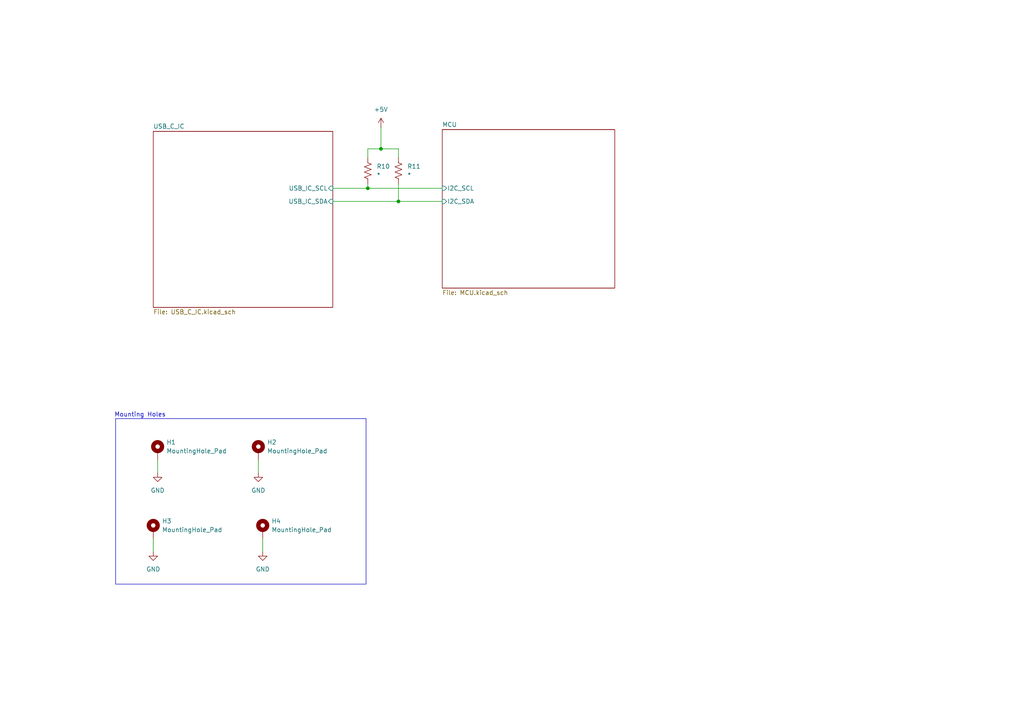
<source format=kicad_sch>
(kicad_sch (version 20250114) (generator "eeschema") (generator_version "9.0")
  (paper "A4")
  (lib_symbols
    (symbol "Device:R_US" (pin_numbers (hide yes)) (pin_names (offset 0))
      (property "Reference" "R" (at 2.54 0 90))
      (property "Value" "R_US" (at -2.54 0 90))
      (symbol "R_US_0_1"
        (polyline (pts (xy 0 2.286) (xy 0 2.54)))
        (polyline (pts (xy 0 2.286) (xy 1.016 1.905) (xy 0 1.524) (xy -1.016 1.143) (xy 0 0.762)))
        (polyline (pts (xy 0 0.762) (xy 1.016 0.381) (xy 0 0) (xy -1.016 -0.381) (xy 0 -0.762)))
        (polyline (pts (xy 0 -0.762) (xy 1.016 -1.143) (xy 0 -1.524) (xy -1.016 -1.905) (xy 0 -2.286)))
        (polyline (pts (xy 0 -2.286) (xy 0 -2.54)))
      )
      (symbol "R_US_1_1"
        (pin passive line (at 0 3.81 270) (length 1.27) (name "~") (number "1"))
        (pin passive line (at 0 -3.81 90) (length 1.27) (name "~") (number "2"))
      )
    )
    (symbol "Mechanical:MountingHole_Pad" (pin_numbers (hide yes)) (pin_names (offset 1.016) (hide yes)) (exclude_from_sim yes) (in_bom no)
      (property "Reference" "H" (at 0 6.35 0))
      (property "Value" "MountingHole_Pad" (at 0 4.445 0))
      (symbol "MountingHole_Pad_0_1"
        (circle (center 0 1.27) (radius 1.27) (stroke (width 1.27)))
      )
      (symbol "MountingHole_Pad_1_1"
        (pin input line (at 0 -2.54 90) (length 2.54) (name "1") (number "1"))
      )
    )
    (symbol "power:+5V" (power) (pin_numbers (hide yes)) (pin_names (offset 0) (hide yes))
      (property "Value" "+5V" (at 0 3.556 0))
      (symbol "+5V_0_1"
        (polyline (pts (xy -0.762 1.27) (xy 0 2.54)))
        (polyline (pts (xy 0 2.54) (xy 0.762 1.27)))
        (polyline (pts (xy 0 0) (xy 0 2.54)))
      )
      (symbol "+5V_1_1"
        (pin power_in line (at 0 0 90) (length 0) (name "~") (number "1"))
      )
    )
    (symbol "power:GND" (power) (pin_numbers (hide yes)) (pin_names (offset 0) (hide yes))
      (property "Value" "GND" (at 0 -3.81 0))
      (symbol "GND_0_1"
        (polyline (pts (xy 0 0) (xy 0 -1.27) (xy 1.27 -1.27) (xy 0 -2.54) (xy -1.27 -1.27) (xy 0 -1.27)))
      )
      (symbol "GND_1_1"
        (pin power_in line (at 0 0 270) (length 0) (name "~") (number "1"))
      )
    )
  )
  (rectangle (start 33.528 121.412) (end 106.172 169.418))
  (text "Mounting Holes\n" (at 40.64 120.396 0) (effects (font (size 1.27 1.27))))
  (junction (at 106.68 54.61))
  (junction (at 110.49 43.18))
  (junction (at 115.57 58.42))
  (wire (pts (xy 76.2 156.21) (xy 76.2 160.02)))
  (wire (pts (xy 115.57 53.34) (xy 115.57 58.42)))
  (wire (pts (xy 110.49 43.18) (xy 106.68 43.18)))
  (wire (pts (xy 115.57 58.42) (xy 128.27 58.42)))
  (wire (pts (xy 96.52 54.61) (xy 106.68 54.61)))
  (wire (pts (xy 106.68 54.61) (xy 128.27 54.61)))
  (wire (pts (xy 106.68 43.18) (xy 106.68 45.72)))
  (wire (pts (xy 106.68 53.34) (xy 106.68 54.61)))
  (wire (pts (xy 44.45 156.21) (xy 44.45 160.02)))
  (wire (pts (xy 110.49 36.83) (xy 110.49 43.18)))
  (wire (pts (xy 115.57 43.18) (xy 110.49 43.18)))
  (wire (pts (xy 45.72 133.35) (xy 45.72 137.16)))
  (wire (pts (xy 96.52 58.42) (xy 115.57 58.42)))
  (wire (pts (xy 74.93 133.35) (xy 74.93 137.16)))
  (wire (pts (xy 115.57 45.72) (xy 115.57 43.18)))
  (symbol (lib_id "power:GND") (at 74.93 137.16 0) (unit 1)
    (property "Reference" "#PWR031" (effects (hide yes)))
    (property "Value" "GND" (at 74.93 142.24 0))
    (property "Description" "Power symbol creates a global label with name \"GND\" , ground" (effects (hide yes)))
  )
  (symbol (lib_id "power:GND") (at 45.72 137.16 0) (unit 1)
    (property "Reference" "#PWR020" (effects (hide yes)))
    (property "Value" "GND" (at 45.72 142.24 0))
    (property "Description" "Power symbol creates a global label with name \"GND\" , ground" (effects (hide yes)))
  )
  (symbol (lib_id "Device:R_US") (at 115.57 49.53 0) (unit 1)
    (property "Reference" "R11" (at 118.11 48.2599 0) (effects (justify left)))
    (property "Value" "*" (at 118.11 50.7999 0) (effects (justify left)))
    (property "Footprint" "Resistor_SMD:R_0603_1608Metric_Pad0.98x0.95mm_HandSolder" (effects (hide yes)))
    (property "Description" "Resistor, US symbol" (effects (hide yes)))
  )
  (symbol (lib_id "Mechanical:MountingHole_Pad") (at 44.45 153.67 0) (unit 1) (exclude_from_sim yes) (in_bom no)
    (property "Reference" "H3" (at 46.99 151.1299 0) (effects (justify left)))
    (property "Value" "MountingHole_Pad" (at 46.99 153.6699 0) (effects (justify left)))
    (property "Footprint" "MountingHole:MountingHole_3.2mm_M3_Pad" (effects (hide yes)))
    (property "Description" "Mounting Hole with connection" (effects (hide yes)))
  )
  (symbol (lib_id "Mechanical:MountingHole_Pad") (at 45.72 130.81 0) (unit 1) (exclude_from_sim yes) (in_bom no)
    (property "Reference" "H1" (at 48.26 128.2699 0) (effects (justify left)))
    (property "Value" "MountingHole_Pad" (at 48.26 130.8099 0) (effects (justify left)))
    (property "Footprint" "MountingHole:MountingHole_3.2mm_M3_Pad" (effects (hide yes)))
    (property "Description" "Mounting Hole with connection" (effects (hide yes)))
  )
  (symbol (lib_id "Mechanical:MountingHole_Pad") (at 76.2 153.67 0) (unit 1) (exclude_from_sim yes) (in_bom no)
    (property "Reference" "H4" (at 78.74 151.1299 0) (effects (justify left)))
    (property "Value" "MountingHole_Pad" (at 78.74 153.6699 0) (effects (justify left)))
    (property "Footprint" "MountingHole:MountingHole_3.2mm_M3_Pad" (effects (hide yes)))
    (property "Description" "Mounting Hole with connection" (effects (hide yes)))
  )
  (symbol (lib_id "power:GND") (at 76.2 160.02 0) (unit 1)
    (property "Reference" "#PWR033" (effects (hide yes)))
    (property "Value" "GND" (at 76.2 165.1 0))
    (property "Description" "Power symbol creates a global label with name \"GND\" , ground" (effects (hide yes)))
  )
  (symbol (lib_id "Device:R_US") (at 106.68 49.53 0) (unit 1)
    (property "Reference" "R10" (at 109.22 48.2599 0) (effects (justify left)))
    (property "Value" "*" (at 109.22 50.7999 0) (effects (justify left)))
    (property "Footprint" "Resistor_SMD:R_0603_1608Metric_Pad0.98x0.95mm_HandSolder" (effects (hide yes)))
    (property "Description" "Resistor, US symbol" (effects (hide yes)))
  )
  (symbol (lib_id "power:GND") (at 44.45 160.02 0) (unit 1)
    (property "Reference" "#PWR032" (effects (hide yes)))
    (property "Value" "GND" (at 44.45 165.1 0))
    (property "Description" "Power symbol creates a global label with name \"GND\" , ground" (effects (hide yes)))
  )
  (symbol (lib_id "power:+5V") (at 110.49 36.83 0) (unit 1)
    (property "Reference" "#PWR028" (effects (hide yes)))
    (property "Value" "+5V" (at 110.49 31.75 0))
    (property "Description" "Power symbol creates a global label with name \"+5V\"" (effects (hide yes)))
  )
  (symbol (lib_id "Mechanical:MountingHole_Pad") (at 74.93 130.81 0) (unit 1) (exclude_from_sim yes) (in_bom no)
    (property "Reference" "H2" (at 77.47 128.2699 0) (effects (justify left)))
    (property "Value" "MountingHole_Pad" (at 77.47 130.8099 0) (effects (justify left)))
    (property "Footprint" "MountingHole:MountingHole_3.2mm_M3_Pad" (effects (hide yes)))
    (property "Description" "Mounting Hole with connection" (effects (hide yes)))
  )
  (sheet (at 44.45 38.1) (size 52.07 51.054) (stroke (width 0.1524))
    (property "Sheetname" "USB_C_IC" (at 44.45 37.3884 0) (effects (justify left bottom)))
    (property "Sheetfile" "USB_C_IC.kicad_sch" (at 44.45 89.7386 0) (effects (justify left top)))
    (pin "USB_IC_SCL" input (at 96.52 54.61 0))
    (pin "USB_IC_SDA" input (at 96.52 58.42 0))
  )
  (sheet (at 128.27 37.592) (size 50.038 45.974) (stroke (width 0.1524))
    (property "Sheetname" "MCU" (at 128.27 36.8804 0) (effects (justify left bottom)))
    (property "Sheetfile" "MCU.kicad_sch" (at 128.27 84.1506 0) (effects (justify left top)))
    (pin "I2C_SCL" input (at 128.27 54.61 180))
    (pin "I2C_SDA" input (at 128.27 58.42 180))
  )
)
</source>
